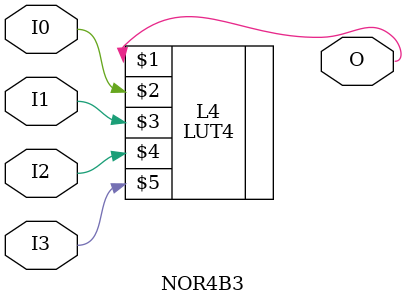
<source format=v>


`timescale  1 ps / 1 ps


module NOR4B3 (O, I0, I1, I2, I3);

    output O;

    input  I0, I1, I2, I3;

    LUT4 #(.INIT(16'h0080)) L4 (O, I0, I1, I2, I3);

endmodule

</source>
